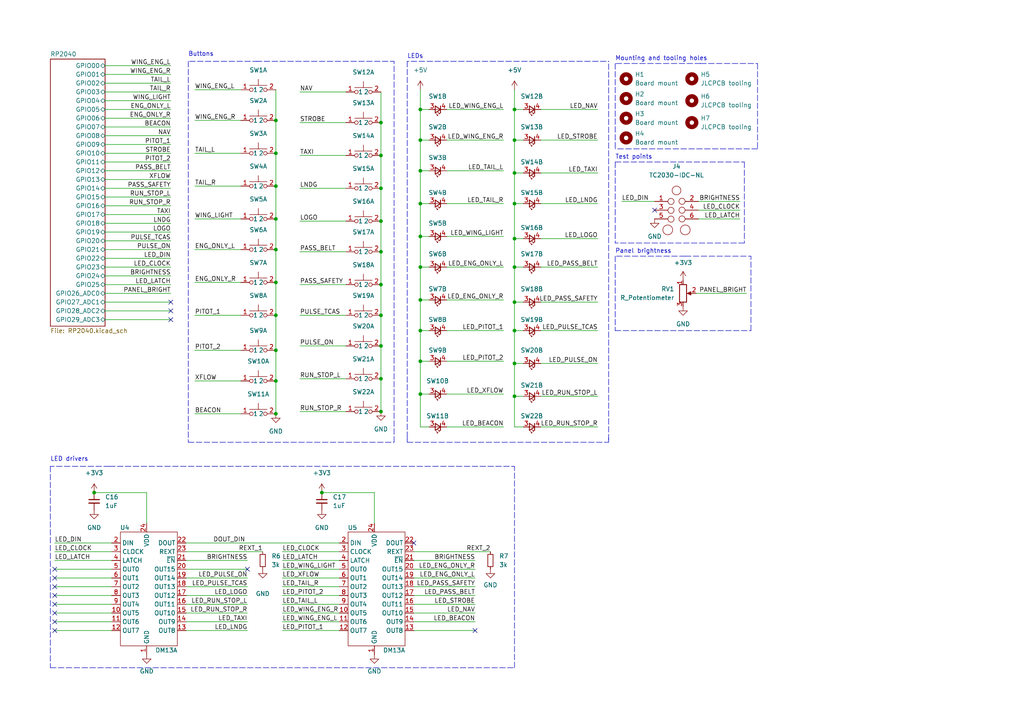
<source format=kicad_sch>
(kicad_sch (version 20211123) (generator eeschema)
  (paper "A4")
  (title_block (date "${DATE}") (rev "${VERSION}"))
  (lib_symbols
    (symbol "Custom_Symbols:DM13A"
      (property "Reference" "U" (at -7.62 15.875 0))
      (property "Value" "DM13A" (at 6.35 -19.685 0))
      (symbol "DM13A_0_0"
        (pin power_in line (at 0 -20.955 90) (length 2.54) (name "GND") (number "1"))
        (pin output line (at -10.16 -8.89 0) (length 2.54) (name "OUT5") (number "10"))
        (pin output line (at -10.16 -11.43 0) (length 2.54) (name "OUT6") (number "11"))
        (pin output line (at -10.16 -13.97 0) (length 2.54) (name "OUT7") (number "12"))
        (pin output line (at 11.43 -13.97 180) (length 2.54) (name "OUT8") (number "13"))
        (pin output line (at 11.43 -11.43 180) (length 2.54) (name "OUT9") (number "14"))
        (pin output line (at 11.43 -8.89 180) (length 2.54) (name "OUT10") (number "15"))
        (pin output line (at 11.43 -6.35 180) (length 2.54) (name "OUT11") (number "16"))
        (pin output line (at 11.43 -3.81 180) (length 2.54) (name "OUT12") (number "17"))
        (pin output line (at 11.43 -1.27 180) (length 2.54) (name "OUT13") (number "18"))
        (pin output line (at 11.43 1.27 180) (length 2.54) (name "OUT14") (number "19"))
        (pin input line (at -10.16 11.43 0) (length 2.54) (name "DIN") (number "2"))
        (pin output line (at 11.43 3.81 180) (length 2.54) (name "OUT15") (number "20"))
        (pin input line (at 11.43 6.35 180) (length 2.54) (name "~{EN}") (number "21"))
        (pin output line (at 11.43 11.43 180) (length 2.54) (name "DOUT") (number "22"))
        (pin input line (at 11.43 8.89 180) (length 2.54) (name "REXT") (number "23"))
        (pin power_in line (at 0 17.145 270) (length 2.54) (name "VDD") (number "24"))
        (pin input line (at -10.16 8.89 0) (length 2.54) (name "CLOCK") (number "3"))
        (pin input line (at -10.16 6.35 0) (length 2.54) (name "LATCH") (number "4"))
        (pin output line (at -10.16 3.81 0) (length 2.54) (name "OUT0") (number "5"))
        (pin output line (at -10.16 1.27 0) (length 2.54) (name "OUT1") (number "6"))
        (pin output line (at -10.16 -1.27 0) (length 2.54) (name "OUT2") (number "7"))
        (pin output line (at -10.16 -3.81 0) (length 2.54) (name "OUT3") (number "8"))
        (pin output line (at -10.16 -6.35 0) (length 2.54) (name "OUT4") (number "9"))
      )
      (symbol "DM13A_0_1"
        (rectangle (start -7.62 14.605) (end 8.89 -18.415))
      )
    )
    (symbol "Custom_Symbols:SW_PUSH_LED" (pin_names (offset 1.016))
      (property "Reference" "SW" (at 0 -5.08 0))
      (symbol "SW_PUSH_LED_1_1"
        (circle (center -2.032 -8.89) (radius 0.508))
        (polyline (pts (xy 0 -7.62) (xy 0 -5.842)))
        (polyline (pts (xy 2.54 -7.62) (xy -2.54 -7.62)))
        (circle (center 2.032 -8.89) (radius 0.508))
        (pin passive line (at -5.08 -8.89 0) (length 2.54) (name "1") (number "1"))
        (pin passive line (at 5.08 -8.89 180) (length 2.54) (name "2") (number "2"))
      )
      (symbol "SW_PUSH_LED_2_1"
        (polyline (pts (xy -1.016 -10.16) (xy 0.762 -10.16)))
        (polyline (pts (xy 0.762 -9.144) (xy 0.762 -11.176)) (stroke (width 0.254)))
        (polyline (pts (xy -0.762 -9.144) (xy 0.762 -10.16) (xy -0.762 -11.176) (xy -0.762 -9.144)) (stroke (width 0.254)))
        (polyline (pts (xy -0.508 -11.43) (xy 0 -11.938) (xy -0.254 -11.938) (xy 0 -11.938) (xy 0 -11.684)))
        (polyline (pts (xy 0 -10.922) (xy 0.508 -11.43) (xy 0.254 -11.43) (xy 0.508 -11.43) (xy 0.508 -11.176)))
        (pin passive line (at -2.54 -10.16 0) (length 1.778) (name "~") (number "3"))
        (pin passive line (at 2.54 -10.16 180) (length 1.778) (name "~") (number "4"))
      )
    )
    (symbol "Custom_Symbols:TC2030-IDC-NL" (pin_names (offset 1.016) hide)
      (property "Reference" "J" (at 0 -8.89 0))
      (property "Value" "TC2030-IDC-NL" (at 0.635 -11.43 0))
      (symbol "TC2030-IDC-NL_0_1"
        (circle (center -2.54 -5.715) (radius 1.4224))
        (circle (center -1.6002 2.54) (radius 0.889))
        (circle (center 0 5.715) (radius 1.27))
      )
      (symbol "TC2030-IDC-NL_1_1"
        (circle (center -1.6002 -2.5908) (radius 0.889))
        (circle (center -1.6002 -0.0508) (radius 0.889))
        (circle (center 1.6002 -2.54) (radius 0.889))
        (circle (center 1.6002 0) (radius 0.889))
        (circle (center 1.6002 2.5908) (radius 0.889))
        (circle (center 2.54 -5.715) (radius 1.4224))
        (pin passive line (at -6.35 2.54 0) (length 3.81) (name "Pin_1") (number "1"))
        (pin passive line (at 6.35 2.54 180) (length 3.81) (name "Pin_2") (number "2"))
        (pin passive line (at -6.35 0 0) (length 3.81) (name "Pin_3") (number "3"))
        (pin passive line (at 6.35 0 180) (length 3.81) (name "Pin_4") (number "4"))
        (pin passive line (at -6.35 -2.54 0) (length 3.81) (name "Pin_5") (number "5"))
        (pin passive line (at 6.35 -2.54 180) (length 3.81) (name "Pin_6") (number "6"))
      )
    )
    (symbol "Device:C_Small" (pin_numbers hide) (pin_names (offset 0.254) hide)
      (property "Reference" "C" (at 0.254 1.778 0))
      (property "Value" "C_Small" (at 0.254 -2.032 0))
      (symbol "C_Small_0_1"
        (polyline (pts (xy -1.524 -0.508) (xy 1.524 -0.508)) (stroke (width 0.3302)))
        (polyline (pts (xy -1.524 0.508) (xy 1.524 0.508)) (stroke (width 0.3048)))
      )
      (symbol "C_Small_1_1"
        (pin passive line (at 0 2.54 270) (length 2.032) (name "~") (number "1"))
        (pin passive line (at 0 -2.54 90) (length 2.032) (name "~") (number "2"))
      )
    )
    (symbol "Device:R_Potentiometer" (pin_names (offset 1.016) hide)
      (property "Reference" "RV" (at -4.445 0 90))
      (property "Value" "R_Potentiometer" (at -2.54 0 90))
      (symbol "R_Potentiometer_0_1"
        (polyline (pts (xy 2.54 0) (xy 1.524 0)))
        (polyline (pts (xy 1.143 0) (xy 2.286 0.508) (xy 2.286 -0.508) (xy 1.143 0)) (fill (type outline)))
        (rectangle (start 1.016 2.54) (end -1.016 -2.54) (stroke (width 0.254)))
      )
      (symbol "R_Potentiometer_1_1"
        (pin passive line (at 0 3.81 270) (length 1.27) (name "1") (number "1"))
        (pin passive line (at 3.81 0 180) (length 1.27) (name "2") (number "2"))
        (pin passive line (at 0 -3.81 90) (length 1.27) (name "3") (number "3"))
      )
    )
    (symbol "Device:R_Small" (pin_numbers hide) (pin_names (offset 0.254) hide)
      (property "Reference" "R" (at 0.762 0.508 0))
      (property "Value" "R_Small" (at 0.762 -1.016 0))
      (symbol "R_Small_0_1"
        (rectangle (start -0.762 1.778) (end 0.762 -1.778) (stroke (width 0.2032)))
      )
      (symbol "R_Small_1_1"
        (pin passive line (at 0 2.54 270) (length 0.762) (name "~") (number "1"))
        (pin passive line (at 0 -2.54 90) (length 0.762) (name "~") (number "2"))
      )
    )
    (symbol "Mechanical:MountingHole" (pin_names (offset 1.016))
      (property "Reference" "H" (at 0 5.08 0))
      (property "Value" "MountingHole" (at 0 3.175 0))
      (symbol "MountingHole_0_1"
        (circle (center 0 0) (radius 1.27) (stroke (width 1.27)))
      )
    )
    (symbol "power:+3V3" (power) (pin_names (offset 0))
      (property "Value" "+3V3" (at 0 3.556 0))
      (symbol "+3V3_0_1"
        (polyline (pts (xy -0.762 1.27) (xy 0 2.54)))
        (polyline (pts (xy 0 0) (xy 0 2.54)))
        (polyline (pts (xy 0 2.54) (xy 0.762 1.27)))
      )
      (symbol "+3V3_1_1"
        (pin power_in line (at 0 0 90) (length 0) hide (name "+3V3") (number "1"))
      )
    )
    (symbol "power:+5V" (power) (pin_names (offset 0))
      (property "Value" "+5V" (at 0 3.556 0))
      (symbol "+5V_0_1"
        (polyline (pts (xy -0.762 1.27) (xy 0 2.54)))
        (polyline (pts (xy 0 0) (xy 0 2.54)))
        (polyline (pts (xy 0 2.54) (xy 0.762 1.27)))
      )
      (symbol "+5V_1_1"
        (pin power_in line (at 0 0 90) (length 0) hide (name "+5V") (number "1"))
      )
    )
    (symbol "power:GND" (power) (pin_names (offset 0))
      (property "Value" "GND" (at 0 -3.81 0))
      (symbol "GND_0_1"
        (polyline (pts (xy 0 0) (xy 0 -1.27) (xy 1.27 -1.27) (xy 0 -2.54) (xy -1.27 -1.27) (xy 0 -1.27)))
      )
      (symbol "GND_1_1"
        (pin power_in line (at 0 0 270) (length 0) hide (name "GND") (number "1"))
      )
    )
  )
  (junction (at 27.305 142.875))
  (junction (at 121.92 86.995))
  (junction (at 149.225 114.935))
  (junction (at 110.49 100.33))
  (junction (at 80.01 53.975))
  (junction (at 80.01 120.015))
  (junction (at 121.92 114.3))
  (junction (at 110.49 54.61))
  (junction (at 80.01 101.6))
  (junction (at 121.92 40.64))
  (junction (at 149.225 95.885))
  (junction (at 110.49 45.085))
  (junction (at 110.49 91.44))
  (junction (at 121.92 95.885))
  (junction (at 121.92 104.775))
  (junction (at 121.92 59.055))
  (junction (at 121.92 68.58))
  (junction (at 110.49 73.025))
  (junction (at 149.225 87.63))
  (junction (at 121.92 49.53))
  (junction (at 110.49 82.55))
  (junction (at 149.225 105.41))
  (junction (at 80.01 72.39))
  (junction (at 80.01 81.915))
  (junction (at 149.225 77.47))
  (junction (at 110.49 64.135))
  (junction (at 121.92 31.75))
  (junction (at 149.225 31.75))
  (junction (at 110.49 35.56))
  (junction (at 149.225 40.64))
  (junction (at 149.225 50.165))
  (junction (at 80.01 34.925))
  (junction (at 80.01 44.45))
  (junction (at 149.225 69.215))
  (junction (at 110.49 119.38))
  (junction (at 149.225 59.055))
  (junction (at 80.01 91.44))
  (junction (at 80.01 110.49))
  (junction (at 121.92 77.47))
  (junction (at 93.345 142.875))
  (junction (at 110.49 109.855))
  (junction (at 80.01 63.5))
  (no_connect (at 15.875 182.88))
  (no_connect (at 15.875 170.18))
  (no_connect (at 49.53 90.17))
  (no_connect (at 15.875 177.8))
  (no_connect (at 15.875 167.64))
  (no_connect (at 15.875 180.34))
  (no_connect (at 120.015 157.48))
  (no_connect (at 189.865 60.96))
  (no_connect (at 15.875 172.72))
  (no_connect (at 71.755 165.1))
  (no_connect (at 15.875 165.1))
  (no_connect (at 49.53 92.71))
  (no_connect (at 15.875 175.26))
  (no_connect (at 49.53 87.63))
  (no_connect (at 137.795 182.88))
  (wire (pts (xy 30.48 90.17) (xy 49.53 90.17)))
  (polyline (pts (xy 178.435 95.885) (xy 217.805 95.885)))
  (wire (pts (xy 149.225 26.035) (xy 149.225 31.75)))
  (wire (pts (xy 80.01 53.975) (xy 80.01 63.5)))
  (wire (pts (xy 121.92 49.53) (xy 121.92 59.055)))
  (wire (pts (xy 121.92 86.995) (xy 124.46 86.995)))
  (polyline (pts (xy 178.435 18.415) (xy 178.435 43.18)))
  (wire (pts (xy 15.875 165.1) (xy 32.385 165.1)))
  (wire (pts (xy 15.875 160.02) (xy 32.385 160.02)))
  (wire (pts (xy 110.49 45.085) (xy 110.49 54.61)))
  (wire (pts (xy 81.915 177.8) (xy 98.425 177.8)))
  (wire (pts (xy 80.01 101.6) (xy 80.01 110.49)))
  (polyline (pts (xy 219.71 43.18) (xy 178.435 43.18)))
  (wire (pts (xy 110.49 91.44) (xy 110.49 100.33)))
  (wire (pts (xy 81.915 175.26) (xy 98.425 175.26)))
  (polyline (pts (xy 54.61 128.27) (xy 114.3 128.27)))
  (wire (pts (xy 56.515 81.915) (xy 69.85 81.915)))
  (wire (pts (xy 149.225 87.63) (xy 149.225 95.885)))
  (polyline (pts (xy 74.93 17.78) (xy 54.61 17.78)))
  (wire (pts (xy 121.92 123.825) (xy 124.46 123.825)))
  (wire (pts (xy 80.01 81.915) (xy 80.01 91.44)))
  (polyline (pts (xy 14.605 193.675) (xy 149.225 193.675)))
  (wire (pts (xy 30.48 80.01) (xy 49.53 80.01)))
  (wire (pts (xy 121.92 31.75) (xy 121.92 40.64)))
  (wire (pts (xy 30.48 26.67) (xy 49.53 26.67)))
  (wire (pts (xy 121.92 104.775) (xy 124.46 104.775)))
  (wire (pts (xy 15.875 177.8) (xy 32.385 177.8)))
  (wire (pts (xy 30.48 29.21) (xy 49.53 29.21)))
  (wire (pts (xy 30.48 44.45) (xy 49.53 44.45)))
  (wire (pts (xy 129.54 68.58) (xy 146.05 68.58)))
  (wire (pts (xy 129.54 86.995) (xy 146.05 86.995)))
  (wire (pts (xy 15.875 170.18) (xy 32.385 170.18)))
  (wire (pts (xy 30.48 82.55) (xy 49.53 82.55)))
  (wire (pts (xy 149.225 105.41) (xy 151.765 105.41)))
  (wire (pts (xy 149.225 105.41) (xy 149.225 114.935)))
  (wire (pts (xy 56.515 26.035) (xy 69.85 26.035)))
  (polyline (pts (xy 54.61 17.78) (xy 54.61 128.27)))
  (wire (pts (xy 86.995 54.61) (xy 100.33 54.61)))
  (wire (pts (xy 121.92 77.47) (xy 121.92 86.995)))
  (wire (pts (xy 121.92 26.035) (xy 121.92 31.75)))
  (wire (pts (xy 149.225 59.055) (xy 151.765 59.055)))
  (wire (pts (xy 149.225 77.47) (xy 149.225 87.63)))
  (wire (pts (xy 30.48 49.53) (xy 49.53 49.53)))
  (wire (pts (xy 15.875 175.26) (xy 32.385 175.26)))
  (wire (pts (xy 30.48 46.99) (xy 49.53 46.99)))
  (wire (pts (xy 80.01 44.45) (xy 80.01 53.975)))
  (wire (pts (xy 93.345 142.875) (xy 108.585 142.875)))
  (wire (pts (xy 53.975 165.1) (xy 71.755 165.1)))
  (wire (pts (xy 30.48 67.31) (xy 49.53 67.31)))
  (wire (pts (xy 81.915 170.18) (xy 98.425 170.18)))
  (wire (pts (xy 30.48 64.77) (xy 49.53 64.77)))
  (wire (pts (xy 30.48 31.75) (xy 49.53 31.75)))
  (wire (pts (xy 30.48 74.93) (xy 49.53 74.93)))
  (polyline (pts (xy 74.295 17.78) (xy 114.3 17.78)))
  (polyline (pts (xy 31.75 135.255) (xy 149.225 135.255)))
  (wire (pts (xy 30.48 77.47) (xy 49.53 77.47)))
  (polyline (pts (xy 118.11 128.27) (xy 176.53 128.27)))
  (wire (pts (xy 81.915 182.88) (xy 98.425 182.88)))
  (wire (pts (xy 30.48 19.05) (xy 49.53 19.05)))
  (wire (pts (xy 149.225 114.935) (xy 149.225 123.825)))
  (wire (pts (xy 129.54 123.825) (xy 146.05 123.825)))
  (wire (pts (xy 201.93 85.09) (xy 216.535 85.09)))
  (wire (pts (xy 121.92 59.055) (xy 121.92 68.58)))
  (polyline (pts (xy 219.71 18.415) (xy 219.71 43.18)))
  (wire (pts (xy 121.92 49.53) (xy 124.46 49.53)))
  (wire (pts (xy 156.845 87.63) (xy 173.355 87.63)))
  (wire (pts (xy 86.995 45.085) (xy 100.33 45.085)))
  (wire (pts (xy 121.92 68.58) (xy 121.92 77.47)))
  (wire (pts (xy 86.995 82.55) (xy 100.33 82.55)))
  (wire (pts (xy 80.01 26.035) (xy 80.01 34.925)))
  (wire (pts (xy 30.48 41.91) (xy 49.53 41.91)))
  (wire (pts (xy 110.49 26.67) (xy 110.49 35.56)))
  (wire (pts (xy 86.995 109.855) (xy 100.33 109.855)))
  (wire (pts (xy 56.515 44.45) (xy 69.85 44.45)))
  (wire (pts (xy 15.875 172.72) (xy 32.385 172.72)))
  (wire (pts (xy 121.92 95.885) (xy 121.92 104.775)))
  (wire (pts (xy 15.875 180.34) (xy 32.385 180.34)))
  (wire (pts (xy 110.49 64.135) (xy 110.49 73.025)))
  (wire (pts (xy 56.515 53.975) (xy 69.85 53.975)))
  (wire (pts (xy 202.565 60.96) (xy 214.63 60.96)))
  (wire (pts (xy 121.92 68.58) (xy 124.46 68.58)))
  (wire (pts (xy 56.515 91.44) (xy 69.85 91.44)))
  (wire (pts (xy 149.225 69.215) (xy 151.765 69.215)))
  (wire (pts (xy 30.48 36.83) (xy 49.53 36.83)))
  (wire (pts (xy 156.845 114.935) (xy 173.355 114.935)))
  (wire (pts (xy 80.01 34.925) (xy 80.01 44.45)))
  (wire (pts (xy 149.225 95.885) (xy 151.765 95.885)))
  (wire (pts (xy 81.915 172.72) (xy 98.425 172.72)))
  (polyline (pts (xy 203.2 18.415) (xy 178.435 18.415)))
  (wire (pts (xy 53.975 157.48) (xy 98.425 157.48)))
  (wire (pts (xy 15.875 157.48) (xy 32.385 157.48)))
  (wire (pts (xy 53.975 182.88) (xy 71.755 182.88)))
  (polyline (pts (xy 198.755 74.295) (xy 178.435 74.295)))
  (wire (pts (xy 121.92 59.055) (xy 124.46 59.055)))
  (wire (pts (xy 156.845 77.47) (xy 173.355 77.47)))
  (wire (pts (xy 110.49 54.61) (xy 110.49 64.135)))
  (wire (pts (xy 202.565 58.42) (xy 214.63 58.42)))
  (wire (pts (xy 80.01 91.44) (xy 80.01 101.6)))
  (wire (pts (xy 30.48 34.29) (xy 49.53 34.29)))
  (wire (pts (xy 30.48 57.15) (xy 49.53 57.15)))
  (wire (pts (xy 86.995 73.025) (xy 100.33 73.025)))
  (polyline (pts (xy 215.9 46.99) (xy 215.9 70.485)))
  (wire (pts (xy 149.225 69.215) (xy 149.225 77.47)))
  (wire (pts (xy 156.845 59.055) (xy 173.355 59.055)))
  (wire (pts (xy 156.845 50.165) (xy 173.355 50.165)))
  (wire (pts (xy 120.015 172.72) (xy 137.795 172.72)))
  (wire (pts (xy 120.015 165.1) (xy 137.795 165.1)))
  (polyline (pts (xy 31.75 135.255) (xy 14.605 135.255)))
  (wire (pts (xy 121.92 104.775) (xy 121.92 114.3)))
  (wire (pts (xy 53.975 167.64) (xy 71.755 167.64)))
  (wire (pts (xy 30.48 72.39) (xy 49.53 72.39)))
  (wire (pts (xy 15.875 182.88) (xy 32.385 182.88)))
  (wire (pts (xy 56.515 34.925) (xy 69.85 34.925)))
  (polyline (pts (xy 217.805 95.885) (xy 217.805 74.295)))
  (wire (pts (xy 86.995 26.67) (xy 100.33 26.67)))
  (wire (pts (xy 81.915 160.02) (xy 98.425 160.02)))
  (wire (pts (xy 149.225 40.64) (xy 149.225 50.165)))
  (wire (pts (xy 120.015 175.26) (xy 137.795 175.26)))
  (polyline (pts (xy 176.53 128.27) (xy 176.53 127)))
  (polyline (pts (xy 149.225 193.675) (xy 149.225 135.255)))
  (wire (pts (xy 53.975 177.8) (xy 71.755 177.8)))
  (wire (pts (xy 121.92 40.64) (xy 121.92 49.53)))
  (polyline (pts (xy 123.825 17.78) (xy 176.53 17.78)))
  (wire (pts (xy 149.225 50.165) (xy 151.765 50.165)))
  (polyline (pts (xy 176.53 127.635) (xy 176.53 17.78)))
  (wire (pts (xy 156.845 123.825) (xy 173.355 123.825)))
  (wire (pts (xy 129.54 104.775) (xy 146.05 104.775)))
  (wire (pts (xy 30.48 54.61) (xy 49.53 54.61)))
  (wire (pts (xy 120.015 167.64) (xy 137.795 167.64)))
  (polyline (pts (xy 14.605 135.255) (xy 14.605 193.675)))
  (polyline (pts (xy 198.755 74.295) (xy 217.805 74.295)))
  (wire (pts (xy 156.845 40.64) (xy 173.355 40.64)))
  (wire (pts (xy 27.305 142.875) (xy 42.545 142.875)))
  (wire (pts (xy 120.015 182.88) (xy 137.795 182.88)))
  (wire (pts (xy 121.92 77.47) (xy 124.46 77.47)))
  (wire (pts (xy 110.49 100.33) (xy 110.49 109.855)))
  (polyline (pts (xy 178.435 46.99) (xy 215.9 46.99)))
  (wire (pts (xy 30.48 59.69) (xy 49.53 59.69)))
  (polyline (pts (xy 123.19 17.78) (xy 118.11 17.78)))
  (polyline (pts (xy 178.435 46.99) (xy 178.435 70.485)))
  (wire (pts (xy 81.915 165.1) (xy 98.425 165.1)))
  (wire (pts (xy 53.975 160.02) (xy 76.2 160.02)))
  (wire (pts (xy 56.515 110.49) (xy 69.85 110.49)))
  (wire (pts (xy 81.915 162.56) (xy 98.425 162.56)))
  (wire (pts (xy 108.585 142.875) (xy 108.585 151.765)))
  (wire (pts (xy 149.225 31.75) (xy 151.765 31.75)))
  (wire (pts (xy 149.225 95.885) (xy 149.225 105.41)))
  (wire (pts (xy 86.995 119.38) (xy 100.33 119.38)))
  (wire (pts (xy 149.225 50.165) (xy 149.225 59.055)))
  (wire (pts (xy 30.48 24.13) (xy 49.53 24.13)))
  (wire (pts (xy 129.54 114.3) (xy 146.05 114.3)))
  (wire (pts (xy 151.765 123.825) (xy 149.225 123.825)))
  (wire (pts (xy 110.49 73.025) (xy 110.49 82.55)))
  (wire (pts (xy 149.225 31.75) (xy 149.225 40.64)))
  (wire (pts (xy 121.92 40.64) (xy 124.46 40.64)))
  (wire (pts (xy 156.845 95.885) (xy 173.355 95.885)))
  (wire (pts (xy 53.975 180.34) (xy 71.755 180.34)))
  (wire (pts (xy 30.48 52.07) (xy 49.53 52.07)))
  (wire (pts (xy 149.225 59.055) (xy 149.225 69.215)))
  (wire (pts (xy 129.54 95.885) (xy 146.05 95.885)))
  (wire (pts (xy 149.225 77.47) (xy 151.765 77.47)))
  (wire (pts (xy 86.995 100.33) (xy 100.33 100.33)))
  (wire (pts (xy 53.975 170.18) (xy 71.755 170.18)))
  (wire (pts (xy 30.48 87.63) (xy 49.53 87.63)))
  (polyline (pts (xy 178.435 74.295) (xy 178.435 95.885)))
  (wire (pts (xy 129.54 59.055) (xy 146.05 59.055)))
  (wire (pts (xy 110.49 35.56) (xy 110.49 45.085)))
  (wire (pts (xy 56.515 120.015) (xy 69.85 120.015)))
  (polyline (pts (xy 118.11 127) (xy 118.11 128.27)))
  (wire (pts (xy 189.865 58.42) (xy 180.34 58.42)))
  (wire (pts (xy 120.015 160.02) (xy 142.24 160.02)))
  (wire (pts (xy 120.015 180.34) (xy 137.795 180.34)))
  (wire (pts (xy 156.845 105.41) (xy 173.355 105.41)))
  (wire (pts (xy 124.46 114.3) (xy 121.92 114.3)))
  (polyline (pts (xy 114.3 128.27) (xy 114.3 17.78)))
  (wire (pts (xy 149.225 87.63) (xy 151.765 87.63)))
  (wire (pts (xy 120.015 177.8) (xy 137.795 177.8)))
  (wire (pts (xy 81.915 167.64) (xy 98.425 167.64)))
  (wire (pts (xy 30.48 21.59) (xy 49.53 21.59)))
  (wire (pts (xy 15.875 162.56) (xy 32.385 162.56)))
  (wire (pts (xy 30.48 39.37) (xy 49.53 39.37)))
  (wire (pts (xy 156.845 31.75) (xy 173.355 31.75)))
  (wire (pts (xy 110.49 109.855) (xy 110.49 119.38)))
  (wire (pts (xy 124.46 31.75) (xy 121.92 31.75)))
  (wire (pts (xy 121.92 95.885) (xy 124.46 95.885)))
  (polyline (pts (xy 215.9 70.485) (xy 178.435 70.485)))
  (wire (pts (xy 129.54 40.64) (xy 146.05 40.64)))
  (wire (pts (xy 80.01 72.39) (xy 80.01 81.915)))
  (wire (pts (xy 86.995 91.44) (xy 100.33 91.44)))
  (wire (pts (xy 86.995 35.56) (xy 100.33 35.56)))
  (wire (pts (xy 81.915 180.34) (xy 98.425 180.34)))
  (wire (pts (xy 53.975 162.56) (xy 71.755 162.56)))
  (wire (pts (xy 56.515 101.6) (xy 69.85 101.6)))
  (wire (pts (xy 30.48 62.23) (xy 49.53 62.23)))
  (wire (pts (xy 30.48 69.85) (xy 49.53 69.85)))
  (wire (pts (xy 53.975 172.72) (xy 71.755 172.72)))
  (wire (pts (xy 202.565 63.5) (xy 214.63 63.5)))
  (wire (pts (xy 120.015 170.18) (xy 137.795 170.18)))
  (wire (pts (xy 56.515 72.39) (xy 69.85 72.39)))
  (wire (pts (xy 56.515 63.5) (xy 69.85 63.5)))
  (wire (pts (xy 80.01 110.49) (xy 80.01 120.015)))
  (wire (pts (xy 129.54 77.47) (xy 146.05 77.47)))
  (wire (pts (xy 53.975 175.26) (xy 71.755 175.26)))
  (wire (pts (xy 15.875 167.64) (xy 32.385 167.64)))
  (polyline (pts (xy 203.2 18.415) (xy 219.71 18.415)))
  (wire (pts (xy 129.54 49.53) (xy 146.05 49.53)))
  (wire (pts (xy 120.015 162.56) (xy 137.795 162.56)))
  (wire (pts (xy 86.995 64.135) (xy 100.33 64.135)))
  (wire (pts (xy 30.48 92.71) (xy 49.53 92.71)))
  (wire (pts (xy 121.92 114.3) (xy 121.92 123.825)))
  (wire (pts (xy 121.92 86.995) (xy 121.92 95.885)))
  (wire (pts (xy 80.01 63.5) (xy 80.01 72.39)))
  (wire (pts (xy 42.545 142.875) (xy 42.545 151.765)))
  (wire (pts (xy 156.845 69.215) (xy 173.355 69.215)))
  (polyline (pts (xy 118.11 17.78) (xy 118.11 127.635)))
  (wire (pts (xy 30.48 85.09) (xy 49.53 85.09)))
  (wire (pts (xy 151.765 40.64) (xy 149.225 40.64)))
  (wire (pts (xy 110.49 82.55) (xy 110.49 91.44)))
  (wire (pts (xy 129.54 31.75) (xy 146.05 31.75)))
  (wire (pts (xy 149.225 114.935) (xy 151.765 114.935)))
  (text "LED drivers" (at 14.605 133.985 0) (effects (font (size 1.27 1.27)) (justify left bottom)))
  (text "Test points" (at 178.435 46.355 0) (effects (font (size 1.27 1.27)) (justify left bottom)))
  (text "Panel brightness" (at 178.435 73.66 0) (effects (font (size 1.27 1.27)) (justify left bottom)))
  (text "Buttons" (at 54.61 16.51 0) (effects (font (size 1.27 1.27)) (justify left bottom)))
  (text "LEDs" (at 118.11 17.145 0) (effects (font (size 1.27 1.27)) (justify left bottom)))
  (text "Mounting and tooling holes" (at 178.435 17.78 0) (effects (font (size 1.27 1.27)) (justify left bottom)))
  (label "TAIL_R" (at 49.53 26.67 180))
  (label "LED_BEACON" (at 146.05 123.825 180))
  (label "LED_BEACON" (at 137.795 180.34 180))
  (label "BEACON" (at 56.515 120.015 0))
  (label "STROBE" (at 49.53 44.45 180))
  (label "LED_WING_ENG_R" (at 146.05 40.64 180))
  (label "PANEL_BRIGHT" (at 216.535 85.09 180))
  (label "LED_ENG_ONLY_R" (at 137.795 165.1 180))
  (label "XFLOW" (at 56.515 110.49 0))
  (label "LOGO" (at 49.53 67.31 180))
  (label "WING_ENG_L" (at 49.53 19.05 180))
  (label "ENG_ONLY_L" (at 56.515 72.39 0))
  (label "NAV" (at 49.53 39.37 180))
  (label "LED_WING_LIGHT" (at 146.05 68.58 180))
  (label "LED_TAIL_L" (at 146.05 49.53 180))
  (label "PASS_BELT" (at 49.53 49.53 180))
  (label "LED_STROBE" (at 173.355 40.64 180))
  (label "LED_XFLOW" (at 81.915 167.64 0))
  (label "LED_ENG_ONLY_L" (at 146.05 77.47 180))
  (label "REXT_2" (at 142.24 160.02 180))
  (label "LED_LOGO" (at 173.355 69.215 180))
  (label "LED_LNDG" (at 173.355 59.055 180))
  (label "LED_PULSE_ON" (at 71.755 167.64 180))
  (label "LED_RUN_STOP_R" (at 71.755 177.8 180))
  (label "LED_TAXI" (at 71.755 180.34 180))
  (label "TAIL_R" (at 56.515 53.975 0))
  (label "LED_LATCH" (at 214.63 63.5 180))
  (label "LED_CLOCK" (at 214.63 60.96 180))
  (label "LED_RUN_STOP_L" (at 173.355 114.935 180))
  (label "WING_LIGHT" (at 56.515 63.5 0))
  (label "LED_DIN" (at 15.875 157.48 0))
  (label "LED_LOGO" (at 71.755 172.72 180))
  (label "LNDG" (at 86.995 54.61 0))
  (label "LOGO" (at 86.995 64.135 0))
  (label "LED_RUN_STOP_R" (at 173.355 123.825 180))
  (label "LED_STROBE" (at 137.795 175.26 180))
  (label "LED_PASS_SAFETY" (at 137.795 170.18 180))
  (label "LED_PITOT_2" (at 146.05 104.775 180))
  (label "TAXI" (at 86.995 45.085 0))
  (label "DOUT_DIN" (at 71.12 157.48 180))
  (label "LED_DIN" (at 180.34 58.42 0))
  (label "TAXI" (at 49.53 62.23 180))
  (label "LED_PULSE_ON" (at 173.355 105.41 180))
  (label "LED_ENG_ONLY_R" (at 146.05 86.995 180))
  (label "RUN_STOP_R" (at 49.53 59.69 180))
  (label "LED_NAV" (at 173.355 31.75 180))
  (label "WING_ENG_R" (at 49.53 21.59 180))
  (label "LED_LATCH" (at 15.875 162.56 0))
  (label "ENG_ONLY_L" (at 49.53 31.75 180))
  (label "REXT_1" (at 76.2 160.02 180))
  (label "LED_DIN" (at 49.53 74.93 180))
  (label "PULSE_ON" (at 49.53 72.39 180))
  (label "LED_ENG_ONLY_L" (at 137.795 167.64 180))
  (label "LED_RUN_STOP_L" (at 71.755 175.26 180))
  (label "STROBE" (at 86.995 35.56 0))
  (label "LED_WING_LIGHT" (at 81.915 165.1 0))
  (label "XFLOW" (at 49.53 52.07 180))
  (label "BEACON" (at 49.53 36.83 180))
  (label "LED_LATCH" (at 49.53 82.55 180))
  (label "LED_TAIL_L" (at 81.915 175.26 0))
  (label "LED_PULSE_TCAS" (at 71.755 170.18 180))
  (label "PULSE_ON" (at 86.995 100.33 0))
  (label "LED_WING_ENG_L" (at 81.915 180.34 0))
  (label "LED_PITOT_2" (at 81.915 172.72 0))
  (label "PITOT_1" (at 56.515 91.44 0))
  (label "LED_XFLOW" (at 146.05 114.3 180))
  (label "LED_WING_ENG_L" (at 146.05 31.75 180))
  (label "LED_CLOCK" (at 81.915 160.02 0))
  (label "WING_LIGHT" (at 49.53 29.21 180))
  (label "PITOT_2" (at 49.53 46.99 180))
  (label "NAV" (at 86.995 26.67 0))
  (label "WING_ENG_R" (at 56.515 34.925 0))
  (label "BRIGHTNESS" (at 49.53 80.01 180))
  (label "PITOT_1" (at 49.53 41.91 180))
  (label "TAIL_L" (at 56.515 44.45 0))
  (label "RUN_STOP_L" (at 86.995 109.855 0))
  (label "BRIGHTNESS" (at 137.795 162.56 180))
  (label "PULSE_TCAS" (at 49.53 69.85 180))
  (label "PASS_SAFETY" (at 49.53 54.61 180))
  (label "LED_TAIL_R" (at 81.915 170.18 0))
  (label "PASS_BELT" (at 86.995 73.025 0))
  (label "RUN_STOP_L" (at 49.53 57.15 180))
  (label "LED_LNDG" (at 71.755 182.88 180))
  (label "PULSE_TCAS" (at 86.995 91.44 0))
  (label "LNDG" (at 49.53 64.77 180))
  (label "PANEL_BRIGHT" (at 49.53 85.09 180))
  (label "LED_WING_ENG_R" (at 81.915 177.8 0))
  (label "LED_PASS_SAFETY" (at 173.355 87.63 180))
  (label "LED_CLOCK" (at 15.875 160.02 0))
  (label "RUN_STOP_R" (at 86.995 119.38 0))
  (label "LED_TAXI" (at 173.355 50.165 180))
  (label "LED_TAIL_R" (at 146.05 59.055 180))
  (label "ENG_ONLY_R" (at 49.53 34.29 180))
  (label "LED_NAV" (at 137.795 177.8 180))
  (label "LED_PULSE_TCAS" (at 173.355 95.885 180))
  (label "WING_ENG_L" (at 56.515 26.035 0))
  (label "LED_LATCH" (at 81.915 162.56 0))
  (label "BRIGHTNESS" (at 214.63 58.42 180))
  (label "PITOT_2" (at 56.515 101.6 0))
  (label "ENG_ONLY_R" (at 56.515 81.915 0))
  (label "LED_PASS_BELT" (at 173.355 77.47 180))
  (label "BRIGHTNESS" (at 71.755 162.56 180))
  (label "TAIL_L" (at 49.53 24.13 180))
  (label "LED_PASS_BELT" (at 137.795 172.72 180))
  (label "LED_PITOT_1" (at 81.915 182.88 0))
  (label "PASS_SAFETY" (at 86.995 82.55 0))
  (label "LED_CLOCK" (at 49.53 77.47 180))
  (label "LED_PITOT_1" (at 146.05 95.885 180))
  (symbol (lib_id "Device:R_Small") (at 142.24 162.56 0) (unit 1)
    (property "Reference" "R7" (at 144.78 161.2899 0) (effects (justify left)))
    (property "Value" "3k" (at 144.78 163.8299 0) (effects (justify left)))
    (property "Footprint" "Resistor_SMD:R_0805_2012Metric_Pad1.20x1.40mm_HandSolder" (effects hide))
    (property "JLC" "0805" (effects hide))
    (property "MPN - JLCPCB" "C17661" (effects hide))
  )
  (symbol (lib_id "Mechanical:MountingHole") (at 200.66 29.21 270) (unit 1)
    (property "Reference" "H6" (at 203.2 27.9399 90) (effects (justify left)))
    (property "Value" "JLCPCB tooling" (at 203.2 30.4799 90) (effects (justify left)))
    (property "Footprint" "Custom_Footprints:JLCPCB_Tooling_Hole" (effects hide))
  )
  (symbol (lib_id "Mechanical:MountingHole") (at 200.66 35.56 270) (unit 1)
    (property "Reference" "H7" (at 203.2 34.2899 90) (effects (justify left)))
    (property "Value" "JLCPCB tooling" (at 203.2 36.8299 90) (effects (justify left)))
    (property "Footprint" "Custom_Footprints:JLCPCB_Tooling_Hole" (effects hide))
  )
  (symbol (lib_id "Custom_Symbols:SW_PUSH_LED") (at 74.93 45.085 0) (unit 1)
    (property "Reference" "SW4" (at 74.93 48.26 0))
    (property "Value" "SW_PUSH_LED" (effects hide))
    (property "Footprint" "Custom_Footprints:SW_PUSH_LED_THT" (effects hide))
  )
  (symbol (lib_id "power:+5V") (at 149.225 26.035 0) (unit 1)
    (property "Reference" "#PWR014" (effects hide))
    (property "Value" "+5V" (at 149.225 20.32 0))
  )
  (symbol (lib_id "power:GND") (at 42.545 189.865 0) (unit 1)
    (property "Reference" "#PWR04" (effects hide))
    (property "Value" "GND" (at 42.545 194.691 0))
  )
  (symbol (lib_id "power:+3V3") (at 27.305 142.875 0) (mirror y) (unit 1)
    (property "Reference" "#PWR02" (effects hide))
    (property "Value" "+3V3" (at 27.305 137.16 0))
  )
  (symbol (lib_id "Custom_Symbols:SW_PUSH_LED") (at 74.93 26.035 0) (unit 1)
    (property "Reference" "SW2" (at 74.93 29.21 0))
    (property "Value" "SW_PUSH_LED" (effects hide))
    (property "Footprint" "Custom_Footprints:SW_PUSH_LED_THT" (effects hide))
  )
  (symbol (lib_id "Custom_Symbols:DM13A") (at 42.545 168.91 0) (unit 1)
    (property "Reference" "U4" (at 36.195 153.035 0))
    (property "Value" "DM13A" (at 48.26 188.595 0))
    (property "Footprint" "Package_SO:SSOP-24_3.9x8.7mm_P0.635mm" (effects hide))
  )
  (symbol (lib_id "Custom_Symbols:SW_PUSH_LED") (at 127 21.59 0) (unit 2)
    (property "Reference" "SW1" (at 126.9365 27.94 0))
    (property "Value" "SW_PUSH_LED" (effects hide))
    (property "Footprint" "Custom_Footprints:SW_PUSH_LED_THT" (effects hide))
  )
  (symbol (lib_id "Device:R_Small") (at 76.2 162.56 0) (unit 1)
    (property "Reference" "R6" (at 78.74 161.2899 0) (effects (justify left)))
    (property "Value" "3k" (at 78.74 163.8299 0) (effects (justify left)))
    (property "Footprint" "Resistor_SMD:R_0805_2012Metric_Pad1.20x1.40mm_HandSolder" (effects hide))
    (property "JLC" "0805" (effects hide))
    (property "MPN - JLCPCB" "C17661" (effects hide))
  )
  (symbol (lib_id "power:GND") (at 80.01 120.015 0) (unit 1)
    (property "Reference" "#PWR06" (effects hide))
    (property "Value" "GND" (at 80.01 125.095 0))
  )
  (symbol (lib_id "Custom_Symbols:SW_PUSH_LED") (at 105.41 91.44 0) (unit 1)
    (property "Reference" "SW20" (at 105.41 94.615 0))
    (property "Value" "SW_PUSH_LED" (effects hide))
    (property "Footprint" "Custom_Footprints:SW_PUSH_LED_THT" (effects hide))
  )
  (symbol (lib_id "Custom_Symbols:SW_PUSH_LED") (at 74.93 73.025 0) (unit 1)
    (property "Reference" "SW7" (at 74.93 76.2 0))
    (property "Value" "SW_PUSH_LED" (effects hide))
    (property "Footprint" "Custom_Footprints:SW_PUSH_LED_THT" (effects hide))
  )
  (symbol (lib_id "Custom_Symbols:SW_PUSH_LED") (at 127 113.665 0) (unit 2)
    (property "Reference" "SW11" (at 126.9365 120.65 0))
    (property "Value" "SW_PUSH_LED" (effects hide))
    (property "Footprint" "Custom_Footprints:SW_PUSH_LED_THT" (effects hide))
  )
  (symbol (lib_id "Device:C_Small") (at 27.305 145.415 0) (unit 1)
    (property "Reference" "C16" (at 30.48 144.1512 0) (effects (justify left)))
    (property "Value" "1uF" (at 30.48 146.6912 0) (effects (justify left)))
    (property "Footprint" "Custom_Footprints:Perfect_0402" (effects hide))
    (property "MPN - JLCPCB" "C52923" (effects hide))
  )
  (symbol (lib_id "power:+5V") (at 121.92 26.035 0) (unit 1)
    (property "Reference" "#PWR012" (effects hide))
    (property "Value" "+5V" (at 121.92 20.32 0))
  )
  (symbol (lib_id "power:+3V3") (at 198.12 81.28 0) (unit 1)
    (property "Reference" "#PWR016" (effects hide))
    (property "Value" "+3V3" (at 198.12 76.2 0))
  )
  (symbol (lib_id "power:GND") (at 93.345 147.955 0) (unit 1)
    (property "Reference" "#PWR09" (effects hide))
    (property "Value" "GND" (at 93.345 153.035 0))
  )
  (symbol (lib_id "Custom_Symbols:SW_PUSH_LED") (at 154.305 48.895 0) (unit 2)
    (property "Reference" "SW15" (at 154.2415 55.88 0))
    (property "Value" "SW_PUSH_LED" (effects hide))
    (property "Footprint" "Custom_Footprints:SW_PUSH_LED_THT" (effects hide))
  )
  (symbol (lib_id "Custom_Symbols:SW_PUSH_LED") (at 105.41 55.245 0) (unit 1)
    (property "Reference" "SW16" (at 105.41 58.42 0))
    (property "Value" "SW_PUSH_LED" (effects hide))
    (property "Footprint" "Custom_Footprints:SW_PUSH_LED_THT" (effects hide))
  )
  (symbol (lib_id "Custom_Symbols:SW_PUSH_LED") (at 105.41 26.67 0) (unit 1)
    (property "Reference" "SW13" (at 105.41 29.845 0))
    (property "Value" "SW_PUSH_LED" (effects hide))
    (property "Footprint" "Custom_Footprints:SW_PUSH_LED_THT" (effects hide))
  )
  (symbol (lib_id "Custom_Symbols:TC2030-IDC-NL") (at 196.215 60.96 0) (unit 1)
    (property "Reference" "J4" (at 196.215 48.26 0))
    (property "Value" "TC2030-IDC-NL" (at 196.215 50.8 0))
    (property "Footprint" "Connector:Tag-Connect_TC2030-IDC-NL_2x03_P1.27mm_Vertical" (effects hide))
    (property "Datasheet" "https://www.tag-connect.com/wp-content/uploads/bsk-pdf-manager/2019/12/TC2030-IDC-NL-Datasheet-Rev-B.pdf" (effects hide))
  )
  (symbol (lib_id "Custom_Symbols:SW_PUSH_LED") (at 127 94.615 0) (unit 2)
    (property "Reference" "SW9" (at 126.9365 101.6 0))
    (property "Value" "SW_PUSH_LED" (effects hide))
    (property "Footprint" "Custom_Footprints:SW_PUSH_LED_THT" (effects hide))
  )
  (symbol (lib_id "Custom_Symbols:SW_PUSH_LED") (at 105.41 82.55 0) (unit 1)
    (property "Reference" "SW19" (at 105.41 85.725 0))
    (property "Value" "SW_PUSH_LED" (effects hide))
    (property "Footprint" "Custom_Footprints:SW_PUSH_LED_THT" (effects hide))
  )
  (symbol (lib_id "Mechanical:MountingHole") (at 200.66 22.86 0) (unit 1)
    (property "Reference" "H5" (at 203.2 21.5899 0) (effects (justify left)))
    (property "Value" "JLCPCB tooling" (at 203.2 24.1299 0) (effects (justify left)))
    (property "Footprint" "Custom_Footprints:JLCPCB_Tooling_Hole" (effects hide))
  )
  (symbol (lib_id "power:GND") (at 110.49 119.38 0) (unit 1)
    (property "Reference" "#PWR010" (effects hide))
    (property "Value" "GND" (at 110.49 124.46 0))
  )
  (symbol (lib_id "Custom_Symbols:SW_PUSH_LED") (at 74.93 35.56 0) (unit 1)
    (property "Reference" "SW3" (at 74.93 38.735 0))
    (property "Value" "SW_PUSH_LED" (effects hide))
    (property "Footprint" "Custom_Footprints:SW_PUSH_LED_THT" (effects hide))
  )
  (symbol (lib_id "Custom_Symbols:SW_PUSH_LED") (at 105.41 36.195 0) (unit 1)
    (property "Reference" "SW14" (at 105.41 39.37 0))
    (property "Value" "SW_PUSH_LED" (effects hide))
    (property "Footprint" "Custom_Footprints:SW_PUSH_LED_THT" (effects hide))
  )
  (symbol (lib_id "Custom_Symbols:SW_PUSH_LED") (at 105.41 17.78 0) (unit 1)
    (property "Reference" "SW12" (at 105.41 20.955 0))
    (property "Value" "SW_PUSH_LED" (effects hide))
    (property "Footprint" "Custom_Footprints:SW_PUSH_LED_THT" (effects hide))
  )
  (symbol (lib_id "Custom_Symbols:SW_PUSH_LED") (at 154.305 21.59 0) (unit 2)
    (property "Reference" "SW12" (at 154.2415 27.94 0))
    (property "Value" "SW_PUSH_LED" (effects hide))
    (property "Footprint" "Custom_Footprints:SW_PUSH_LED_THT" (effects hide))
  )
  (symbol (lib_id "Custom_Symbols:SW_PUSH_LED") (at 154.305 67.31 0) (unit 2)
    (property "Reference" "SW17" (at 154.2415 73.66 0))
    (property "Value" "SW_PUSH_LED" (effects hide))
    (property "Footprint" "Custom_Footprints:SW_PUSH_LED_THT" (effects hide))
  )
  (symbol (lib_id "Custom_Symbols:SW_PUSH_LED") (at 154.305 40.005 0) (unit 2)
    (property "Reference" "SW14" (at 154.2415 46.99 0))
    (property "Value" "SW_PUSH_LED" (effects hide))
    (property "Footprint" "Custom_Footprints:SW_PUSH_LED_THT" (effects hide))
  )
  (symbol (lib_id "Custom_Symbols:SW_PUSH_LED") (at 105.41 45.72 0) (unit 1)
    (property "Reference" "SW15" (at 105.41 48.895 0))
    (property "Value" "SW_PUSH_LED" (effects hide))
    (property "Footprint" "Custom_Footprints:SW_PUSH_LED_THT" (effects hide))
  )
  (symbol (lib_id "Custom_Symbols:SW_PUSH_LED") (at 74.93 92.71 0) (unit 1)
    (property "Reference" "SW9" (at 74.93 95.885 0))
    (property "Value" "SW_PUSH_LED" (effects hide))
    (property "Footprint" "Custom_Footprints:SW_PUSH_LED_THT" (effects hide))
  )
  (symbol (lib_id "Custom_Symbols:SW_PUSH_LED") (at 74.93 82.55 0) (unit 1)
    (property "Reference" "SW8" (at 74.93 85.725 0))
    (property "Value" "SW_PUSH_LED" (effects hide))
    (property "Footprint" "Custom_Footprints:SW_PUSH_LED_THT" (effects hide))
  )
  (symbol (lib_id "Custom_Symbols:SW_PUSH_LED") (at 127 76.835 0) (unit 2)
    (property "Reference" "SW7" (at 126.9365 83.82 0))
    (property "Value" "SW_PUSH_LED" (effects hide))
    (property "Footprint" "Custom_Footprints:SW_PUSH_LED_THT" (effects hide))
  )
  (symbol (lib_id "Custom_Symbols:SW_PUSH_LED") (at 154.305 59.055 0) (unit 2)
    (property "Reference" "SW16" (at 154.2415 66.04 0))
    (property "Value" "SW_PUSH_LED" (effects hide))
    (property "Footprint" "Custom_Footprints:SW_PUSH_LED_THT" (effects hide))
  )
  (symbol (lib_id "Custom_Symbols:SW_PUSH_LED") (at 127 39.37 0) (unit 2)
    (property "Reference" "SW3" (at 126.9365 45.72 0))
    (property "Value" "SW_PUSH_LED" (effects hide))
    (property "Footprint" "Custom_Footprints:SW_PUSH_LED_THT" (effects hide))
  )
  (symbol (lib_id "Custom_Symbols:SW_PUSH_LED") (at 154.305 95.25 0) (unit 2)
    (property "Reference" "SW20" (at 154.2415 101.6 0))
    (property "Value" "SW_PUSH_LED" (effects hide))
    (property "Footprint" "Custom_Footprints:SW_PUSH_LED_THT" (effects hide))
  )
  (symbol (lib_id "Custom_Symbols:SW_PUSH_LED") (at 105.41 100.965 0) (unit 1)
    (property "Reference" "SW21" (at 105.41 104.14 0))
    (property "Value" "SW_PUSH_LED" (effects hide))
    (property "Footprint" "Custom_Footprints:SW_PUSH_LED_THT" (effects hide))
  )
  (symbol (lib_id "Custom_Symbols:SW_PUSH_LED") (at 127 67.31 0) (unit 2)
    (property "Reference" "SW6" (at 126.9365 73.66 0))
    (property "Value" "SW_PUSH_LED" (effects hide))
    (property "Footprint" "Custom_Footprints:SW_PUSH_LED_THT" (effects hide))
  )
  (symbol (lib_id "Custom_Symbols:SW_PUSH_LED") (at 127 104.14 0) (unit 2)
    (property "Reference" "SW10" (at 126.9365 110.49 0))
    (property "Value" "SW_PUSH_LED" (effects hide))
    (property "Footprint" "Custom_Footprints:SW_PUSH_LED_THT" (effects hide))
  )
  (symbol (lib_id "power:+3V3") (at 93.345 142.875 0) (mirror y) (unit 1)
    (property "Reference" "#PWR08" (effects hide))
    (property "Value" "+3V3" (at 93.345 137.16 0))
  )
  (symbol (lib_id "Custom_Symbols:SW_PUSH_LED") (at 154.305 104.775 0) (unit 2)
    (property "Reference" "SW21" (at 154.2415 111.76 0))
    (property "Value" "SW_PUSH_LED" (effects hide))
    (property "Footprint" "Custom_Footprints:SW_PUSH_LED_THT" (effects hide))
  )
  (symbol (lib_id "Custom_Symbols:SW_PUSH_LED") (at 154.305 113.665 0) (unit 2)
    (property "Reference" "SW22" (at 154.2415 120.65 0))
    (property "Value" "SW_PUSH_LED" (effects hide))
    (property "Footprint" "Custom_Footprints:SW_PUSH_LED_THT" (effects hide))
  )
  (symbol (lib_id "power:GND") (at 76.2 165.1 0) (unit 1)
    (property "Reference" "#PWR07" (effects hide))
    (property "Value" "GND" (at 76.2 172.212 0))
  )
  (symbol (lib_id "Custom_Symbols:SW_PUSH_LED") (at 74.93 17.145 0) (unit 1)
    (property "Reference" "SW1" (at 74.93 20.32 0))
    (property "Value" "SW_PUSH_LED" (effects hide))
    (property "Footprint" "Custom_Footprints:SW_PUSH_LED_THT" (effects hide))
  )
  (symbol (lib_id "Mechanical:MountingHole") (at 181.61 22.86 270) (unit 1)
    (property "Reference" "H1" (at 184.15 21.5899 90) (effects (justify left)))
    (property "Value" "Board mount" (at 184.15 24.1299 90) (effects (justify left)))
    (property "Footprint" "MountingHole:MountingHole_3.2mm_M3" (effects hide))
  )
  (symbol (lib_id "Custom_Symbols:DM13A") (at 108.585 168.91 0) (unit 1)
    (property "Reference" "U5" (at 102.235 153.035 0))
    (property "Value" "DM13A" (at 114.3 188.595 0))
    (property "Footprint" "Package_SO:SSOP-24_3.9x8.7mm_P0.635mm" (effects hide))
  )
  (symbol (lib_id "power:GND") (at 27.305 147.955 0) (unit 1)
    (property "Reference" "#PWR03" (effects hide))
    (property "Value" "GND" (at 27.305 153.035 0))
  )
  (symbol (lib_id "power:GND") (at 142.24 165.1 0) (unit 1)
    (property "Reference" "#PWR013" (effects hide))
    (property "Value" "GND" (at 142.24 169.672 0))
  )
  (symbol (lib_id "Custom_Symbols:SW_PUSH_LED") (at 154.305 85.725 0) (unit 2)
    (property "Reference" "SW19" (at 154.2415 92.71 0))
    (property "Value" "SW_PUSH_LED" (effects hide))
    (property "Footprint" "Custom_Footprints:SW_PUSH_LED_THT" (effects hide))
  )
  (symbol (lib_id "Device:C_Small") (at 93.345 145.415 0) (unit 1)
    (property "Reference" "C17" (at 96.52 144.1512 0) (effects (justify left)))
    (property "Value" "1uF" (at 96.52 146.6912 0) (effects (justify left)))
    (property "Footprint" "Custom_Footprints:Perfect_0402" (effects hide))
    (property "MPN - JLCPCB" "C52923" (effects hide))
  )
  (symbol (lib_id "Device:R_Potentiometer") (at 198.12 85.09 0) (unit 1)
    (property "Reference" "RV1" (at 195.58 83.8199 0) (effects (justify right)))
    (property "Value" "R_Potentiometer" (at 195.58 86.3599 0) (effects (justify right)))
    (property "Footprint" "Potentiometer_THT:Potentiometer_Bourns_PTV09A-1_Single_Vertical" (effects hide))
  )
  (symbol (lib_id "Custom_Symbols:SW_PUSH_LED") (at 74.93 111.125 0) (unit 1)
    (property "Reference" "SW11" (at 74.93 114.3 0))
    (property "Value" "SW_PUSH_LED" (effects hide))
    (property "Footprint" "Custom_Footprints:SW_PUSH_LED_THT" (effects hide))
  )
  (symbol (lib_id "Custom_Symbols:SW_PUSH_LED") (at 105.41 73.66 0) (unit 1)
    (property "Reference" "SW18" (at 105.41 76.835 0))
    (property "Value" "SW_PUSH_LED" (effects hide))
    (property "Footprint" "Custom_Footprints:SW_PUSH_LED_THT" (effects hide))
  )
  (symbol (lib_id "Mechanical:MountingHole") (at 181.61 28.575 270) (unit 1)
    (property "Reference" "H2" (at 184.15 27.3049 90) (effects (justify left)))
    (property "Value" "Board mount" (at 184.15 29.8449 90) (effects (justify left)))
    (property "Footprint" "MountingHole:MountingHole_3.2mm_M3" (effects hide))
  )
  (symbol (lib_id "Custom_Symbols:SW_PUSH_LED") (at 154.305 77.47 0) (unit 2)
    (property "Reference" "SW18" (at 154.2415 83.82 0))
    (property "Value" "SW_PUSH_LED" (effects hide))
    (property "Footprint" "Custom_Footprints:SW_PUSH_LED_THT" (effects hide))
  )
  (symbol (lib_id "Custom_Symbols:SW_PUSH_LED") (at 127 85.725 0) (unit 2)
    (property "Reference" "SW8" (at 126.9365 92.71 0))
    (property "Value" "SW_PUSH_LED" (effects hide))
    (property "Footprint" "Custom_Footprints:SW_PUSH_LED_THT" (effects hide))
  )
  (symbol (lib_id "Custom_Symbols:SW_PUSH_LED") (at 74.93 54.61 0) (unit 1)
    (property "Reference" "SW5" (at 74.93 57.785 0))
    (property "Value" "SW_PUSH_LED" (effects hide))
    (property "Footprint" "Custom_Footprints:SW_PUSH_LED_THT" (effects hide))
  )
  (symbol (lib_id "Custom_Symbols:SW_PUSH_LED") (at 105.41 64.135 0) (unit 1)
    (property "Reference" "SW17" (at 105.41 67.31 0))
    (property "Value" "SW_PUSH_LED" (effects hide))
    (property "Footprint" "Custom_Footprints:SW_PUSH_LED_THT" (effects hide))
  )
  (symbol (lib_id "power:GND") (at 198.12 88.9 0) (unit 1)
    (property "Reference" "#PWR017" (effects hide))
    (property "Value" "GND" (at 198.12 93.98 0))
  )
  (symbol (lib_id "power:GND") (at 189.865 63.5 0) (unit 1)
    (property "Reference" "#PWR015" (effects hide))
    (property "Value" "GND" (at 189.865 68.58 0))
  )
  (symbol (lib_id "Custom_Symbols:SW_PUSH_LED") (at 127 30.48 0) (unit 2)
    (property "Reference" "SW2" (at 126.9365 36.83 0))
    (property "Value" "SW_PUSH_LED" (effects hide))
    (property "Footprint" "Custom_Footprints:SW_PUSH_LED_THT" (effects hide))
  )
  (symbol (lib_id "Custom_Symbols:SW_PUSH_LED") (at 74.93 101.6 0) (unit 1)
    (property "Reference" "SW10" (at 74.93 104.775 0))
    (property "Value" "SW_PUSH_LED" (effects hide))
    (property "Footprint" "Custom_Footprints:SW_PUSH_LED_THT" (effects hide))
  )
  (symbol (lib_id "power:GND") (at 108.585 189.865 0) (unit 1)
    (property "Reference" "#PWR011" (effects hide))
    (property "Value" "GND" (at 108.585 194.691 0))
  )
  (symbol (lib_id "Custom_Symbols:SW_PUSH_LED") (at 127 48.895 0) (unit 2)
    (property "Reference" "SW4" (at 126.9365 55.88 0))
    (property "Value" "SW_PUSH_LED" (effects hide))
    (property "Footprint" "Custom_Footprints:SW_PUSH_LED_THT" (effects hide))
  )
  (symbol (lib_id "Custom_Symbols:SW_PUSH_LED") (at 154.305 30.48 0) (unit 2)
    (property "Reference" "SW13" (at 154.2415 36.83 0))
    (property "Value" "SW_PUSH_LED" (effects hide))
    (property "Footprint" "Custom_Footprints:SW_PUSH_LED_THT" (effects hide))
  )
  (symbol (lib_id "Mechanical:MountingHole") (at 181.61 40.005 270) (unit 1)
    (property "Reference" "H4" (at 184.15 38.7349 90) (effects (justify left)))
    (property "Value" "Board mount" (at 184.15 41.2749 90) (effects (justify left)))
    (property "Footprint" "MountingHole:MountingHole_3.2mm_M3" (effects hide))
  )
  (symbol (lib_id "Custom_Symbols:SW_PUSH_LED") (at 74.93 63.5 0) (unit 1)
    (property "Reference" "SW6" (at 74.93 66.675 0))
    (property "Value" "SW_PUSH_LED" (effects hide))
    (property "Footprint" "Custom_Footprints:SW_PUSH_LED_THT" (effects hide))
  )
  (symbol (lib_id "Mechanical:MountingHole") (at 181.61 34.29 270) (unit 1)
    (property "Reference" "H3" (at 184.15 33.0199 90) (effects (justify left)))
    (property "Value" "Board mount" (at 184.15 35.5599 90) (effects (justify left)))
    (property "Footprint" "MountingHole:MountingHole_3.2mm_M3" (effects hide))
  )
  (symbol (lib_id "Custom_Symbols:SW_PUSH_LED") (at 105.41 110.49 0) (unit 1)
    (property "Reference" "SW22" (at 105.41 113.665 0))
    (property "Value" "SW_PUSH_LED" (effects hide))
    (property "Footprint" "Custom_Footprints:SW_PUSH_LED_THT" (effects hide))
  )
  (symbol (lib_id "Custom_Symbols:SW_PUSH_LED") (at 127 58.42 0) (unit 2)
    (property "Reference" "SW5" (at 126.9365 64.77 0))
    (property "Value" "SW_PUSH_LED" (effects hide))
    (property "Footprint" "Custom_Footprints:SW_PUSH_LED_THT" (effects hide))
  )
  (sheet (at 14.605 17.145) (size 15.875 77.47) (stroke (width 0.1524))
    (property "Sheet name" "RP2040" (at 14.605 16.4334 0) (effects (justify left bottom)))
    (property "Sheet file" "RP2040.kicad_sch" (at 14.605 95.1996 0) (effects (justify left top)))
    (pin "GPIO06" bidirectional (at 30.48 34.29 0))
    (pin "GPIO08" bidirectional (at 30.48 39.37 0))
    (pin "GPIO07" bidirectional (at 30.48 36.83 0))
    (pin "GPIO09" bidirectional (at 30.48 41.91 0))
    (pin "GPIO00" bidirectional (at 30.48 19.05 0))
    (pin "GPIO05" bidirectional (at 30.48 31.75 0))
    (pin "GPIO03" bidirectional (at 30.48 26.67 0))
    (pin "GPIO04" bidirectional (at 30.48 29.21 0))
    (pin "GPIO02" bidirectional (at 30.48 24.13 0))
    (pin "GPIO01" bidirectional (at 30.48 21.59 0))
    (pin "GPIO10" bidirectional (at 30.48 44.45 0))
    (pin "GPIO12" bidirectional (at 30.48 49.53 0))
    (pin "GPIO13" bidirectional (at 30.48 52.07 0))
    (pin "GPIO17" bidirectional (at 30.48 62.23 0))
    (pin "GPIO16" bidirectional (at 30.48 59.69 0))
    (pin "GPIO11" bidirectional (at 30.48 46.99 0))
    (pin "GPIO15" bidirectional (at 30.48 57.15 0))
    (pin "GPIO14" bidirectional (at 30.48 54.61 0))
    (pin "GPIO21" bidirectional (at 30.48 72.39 0))
    (pin "GPIO25" bidirectional (at 30.48 82.55 0))
    (pin "GPIO22" bidirectional (at 30.48 74.93 0))
    (pin "GPIO24" bidirectional (at 30.48 80.01 0))
    (pin "GPIO23" bidirectional (at 30.48 77.47 0))
    (pin "GPIO19" bidirectional (at 30.48 67.31 0))
    (pin "GPIO18" bidirectional (at 30.48 64.77 0))
    (pin "GPIO20" bidirectional (at 30.48 69.85 0))
    (pin "GPIO29_ADC3" bidirectional (at 30.48 92.71 0))
    (pin "GPIO27_ADC1" bidirectional (at 30.48 87.63 0))
    (pin "GPIO28_ADC2" bidirectional (at 30.48 90.17 0))
    (pin "GPIO26_ADC0" bidirectional (at 30.48 85.09 0))
  )
)
</source>
